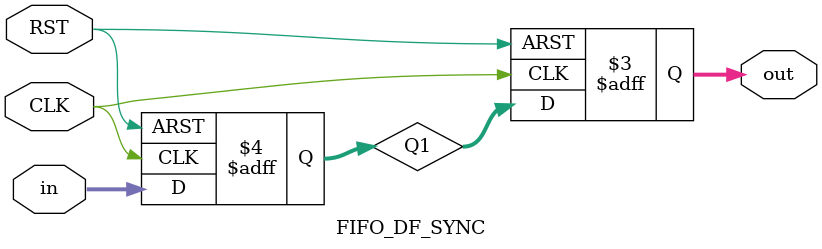
<source format=v>
module FIFO_DF_SYNC
#(parameter PTR_SIZE = 4)
(
    input wire CLK, RST,
    input wire [PTR_SIZE-1:0] in,
    output reg [PTR_SIZE-1:0] out
);

reg [PTR_SIZE-1:0] Q1;

always @(posedge CLK or negedge RST)
begin
    if (!RST)
    begin
        out <= 1'b0;
        Q1 <= 1'b0;
    end
    else
    begin
        Q1 <= in;
        out <= Q1;
    end
end

endmodule
</source>
